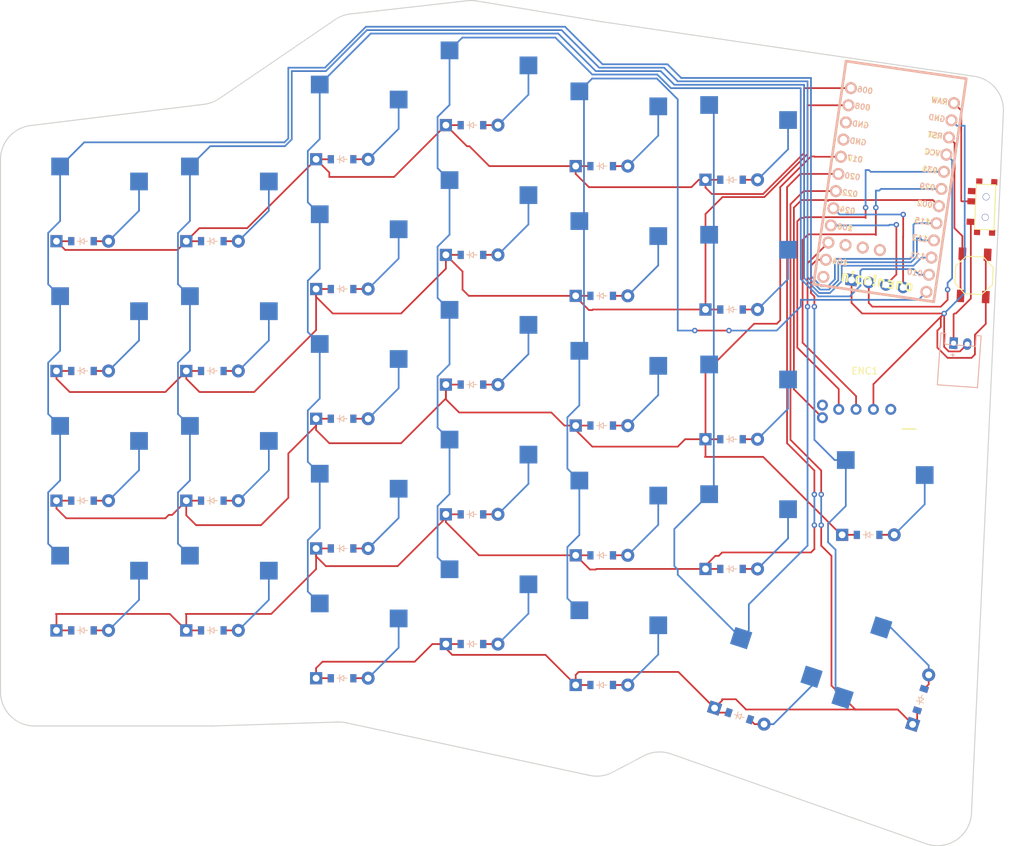
<source format=kicad_pcb>
(kicad_pcb (version 20240108) (generator "pcbnew") (generator_version "8.0")
  (title_block (title "left") (rev "v1.0.0") (company "Unknown"))
  (layers (0 "F.Cu" signal) (31 "B.Cu" signal) (34 "B.Paste" user) (35 "F.Paste" user) (36 "B.SilkS" user "B.Silkscreen") (37 "F.SilkS" user "F.Silkscreen") (38 "B.Mask" user) (39 "F.Mask" user) (44 "Edge.Cuts" user))
  (net 0 "")
  (net 1 "P115")
  (net 2 "outer_bottom")
  (net 3 "outer_home")
  (net 4 "outer_top")
  (net 5 "outer_num")
  (net 6 "P113")
  (net 7 "pinky_bottom")
  (net 8 "pinky_home")
  (net 9 "pinky_top")
  (net 10 "pinky_num")
  (net 11 "P111")
  (net 12 "ring_mod")
  (net 13 "ring_bottom")
  (net 14 "ring_home")
  (net 15 "ring_top")
  (net 16 "ring_num")
  (net 17 "P010")
  (net 18 "middle_mod")
  (net 19 "middle_bottom")
  (net 20 "middle_home")
  (net 21 "middle_top")
  (net 22 "middle_num")
  (net 23 "P009")
  (net 24 "index_mod")
  (net 25 "index_bottom")
  (net 26 "index_home")
  (net 27 "index_top")
  (net 28 "index_num")
  (net 29 "P011")
  (net 30 "inner_bottom")
  (net 31 "inner_home")
  (net 32 "inner_top")
  (net 33 "inner_num")
  (net 34 "P104")
  (net 35 "inner_mod_home")
  (net 36 "home_cluster")
  (net 37 "far_cluster")
  (net 38 "P020")
  (net 39 "P017")
  (net 40 "P008")
  (net 41 "P006")
  (net 42 "P022")
  (net 43 "RAW")
  (net 44 "GND")
  (net 45 "RST")
  (net 46 "VCC")
  (net 47 "P031")
  (net 48 "P029")
  (net 49 "P002")
  (net 50 "P024")
  (net 51 "P100")
  (net 52 "P106")
  (net 53 "P101")
  (net 54 "P102")
  (net 55 "P107")
  (net 56 "pos")
  (net 57 "S2")
  (net 58 "D")
  (footprint "E73:SPDT_C128955" (layer "F.Cu") (at 252.072104 98.415551 -92.5)
    (property "Reference" "T1" (hide yes))
    (property "Value" "" (hide yes))
  )
  (footprint "E73:SW_TACT_ALPS_SKQGABE010" (layer "F.Cu") (at 250.372104 108.415551 -92.5)
    (property "Reference" "B1" (hide yes))
    (property "Value" "" (hide yes))
  )
  (footprint "PG1350" (layer "F.Cu") (at 217.556255 168.213484 -18)
    (property "Reference" "S29" (hide yes))
    (property "Value" "" (hide yes))
  )
  (footprint "ComboDiode" (layer "F.Cu") (at 119.872104 122.415551)
    (property "Reference" "D3" (hide yes))
    (property "Value" "" (hide yes))
  )
  (footprint "PG1350" (layer "F.Cu") (at 119.872104 98.415551)
    (property "Reference" "S4" (hide yes))
    (property "Value" "" (hide yes))
  )
  (footprint "ComboDiode" (layer "F.Cu") (at 234.872104 146.415551)
    (property "Reference" "D28" (hide yes))
    (property "Value" "" (hide yes))
  )
  (footprint "PG1350" (layer "F.Cu") (at 237.80145 169.008504 72)
    (property "Reference" "S30" (hide yes))
    (property "Value" "" (hide yes))
  )
  (footprint "PG1350" (layer "F.Cu") (at 195.872104 87.415551)
    (property "Reference" "S23" (hide yes))
    (property "Value" "" (hide yes))
  )
  (footprint "ComboDiode" (layer "F.Cu") (at 119.872104 103.415551)
    (property "Reference" "D4" (hide yes))
    (property "Value" "" (hide yes))
  )
  (footprint "ComboDiode" (layer "F.Cu") (at 195.872104 92.415551)
    (property "Reference" "D23" (hide yes))
    (property "Value" "" (hide yes))
  )
  (footprint "ComboDiode" (layer "F.Cu") (at 157.872104 110.415551)
    (property "Reference" "D12" (hide yes))
    (property "Value" "" (hide yes))
  )
  (footprint "ComboDiode" (layer "F.Cu") (at 242.556733 170.55359 72)
    (property "Reference" "D30" (hide yes))
    (property "Value" "" (hide yes))
  )
  (footprint "nice_nano" (layer "F.Cu") (at 237.872104 95.915551 -98.3)
    (property "Reference" "MCU1" (hide yes))
    (property "Value" "nice_nano" (hide yes))
  )
  (footprint "ComboDiode" (layer "F.Cu") (at 138.872104 160.415551)
    (property "Reference" "D5" (hide yes))
    (property "Value" "" (hide yes))
  )
  (footprint "PG1350" (layer "F.Cu") (at 195.872104 163.415551)
    (property "Reference" "S19" (hide yes))
    (property "Value" "" (hide yes))
  )
  (footprint "ComboDiode" (layer "F.Cu") (at 195.872104 130.415551)
    (property "Reference" "D21" (hide yes))
    (property "Value" "" (hide yes))
  )
  (footprint "PG1350" (layer "F.Cu") (at 176.872104 81.415551)
    (property "Reference" "S18" (hide yes))
    (property "Value" "" (hide yes))
  )
  (footprint "ComboDiode" (layer "F.Cu") (at 119.872104 160.415551)
    (property "Reference" "D1" (hide yes))
    (property "Value" "" (hide yes))
  )
  (footprint "PG1350" (layer "F.Cu") (at 119.872104 136.415551)
    (property "Reference" "S2" (hide yes))
    (property "Value" "" (hide yes))
  )
  (footprint "ComboDiode" (layer "F.Cu") (at 138.872104 141.415551)
    (property "Reference" "D6" (hide yes))
    (property "Value" "" (hide yes))
  )
  (footprint "PG1350" (layer "F.Cu") (at 157.872104 124.415551)
    (property "Reference" "S11" (hide yes))
    (property "Value" "" (hide yes))
  )
  (footprint "PG1350" (layer "F.Cu") (at 157.872104 86.415551)
    (property "Reference" "S13" (hide yes))
    (property "Value" "" (hide yes))
  )
  (footprint "JST_PH_S2B-PH-K_02x2.00mm_Angled" (layer "F.Cu") (at 248.372104 118.415551 -4)
    (property "Reference" "JST1" (hide yes))
    (property "Value" "" (hide yes))
  )
  (footprint "PG1350" (layer "F.Cu") (at 157.872104 162.415551)
    (property "Reference" "S9" (hide yes))
    (property "Value" "" (hide yes))
  )
  (footprint "PG1350" (layer "F.Cu") (at 214.872104 108.415551)
    (property "Reference" "S26" (hide yes))
    (property "Value" "" (hide yes))
  )
  (footprint "ComboDiode" (layer "F.Cu") (at 176.872104 143.415551)
    (property "Reference" "D15" (hide yes))
    (property "Value" "" (hide yes))
  )
  (footprint "ComboDiode" (layer "F.Cu") (at 157.872104 129.415551)
    (property "Reference" "D11" (hide yes))
    (property "Value" "" (hide yes))
  )
  (footprint "PG1350" (layer "F.Cu") (at 214.872104 89.415551)
    (property "Reference" "S27" (hide yes))
    (property "Value" "" (hide yes))
  )
  (footprint "ComboDiode" (layer "F.Cu") (at 176.872104 162.415551)
    (property "Reference" "D14" (hide yes))
    (property "Value" "" (hide yes))
  )
  (footprint "ComboDiode" (layer "F.Cu") (at 138.872104 122.415551)
    (property "Reference" "D7" (hide yes))
    (property "Value" "" (hide yes))
  )
  (footprint "ComboDiode" (layer "F.Cu") (at 214.872104 132.415551)
    (property "Reference" "D25" (hide yes))
    (property "Value" "" (hide yes))
  )
  (footprint "ComboDiode" (layer "F.Cu") (at 176.872104 86.415551)
    (property "Reference" "D18" (hide yes))
    (property "Value" "" (hide yes))
  )
  (footprint "ComboDiode" (layer "F.Cu") (at 214.872104 94.415551)
    (property "Reference" "D27" (hide yes))
    (property "Value" "" (hide yes))
  )
  (footprint "PG1350" (layer "F.Cu") (at 176.872104 157.415551)
    (property "Reference" "S14" (hide yes))
    (property "Value" "" (hide yes))
  )
  (footprint "ComboDiode" (layer "F.Cu") (at 119.872104 141.415551)
    (property "Reference" "D2" (hide yes))
    (property "Value" "" (hide yes))
  )
  (footprint "PG1350" (layer "F.Cu") (at 119.872104 155.415551)
    (property "Reference" "S1" (hide yes))
    (property "Value" "" (hide yes))
  )
  (footprint "ComboDiode" (layer "F.Cu") (at 157.872104 167.415551)
    (property "Reference" "D9" (hide yes))
    (property "Value" "" (hide yes))
  )
  (footprint "ComboDiode" (layer "F.Cu") (at 176.872104 105.415551)
    (property "Reference" "D17" (hide yes))
    (property "Value" "" (hide yes))
  )
  (footprint "Panasonic_EVQWGD001" (layer "F.Cu") (at 234.372104 122.415551 90)
    (property "Reference" "ENC1")
    (property "Value" "RollerEncoder_Panasonic_EVQWGD001")
  )
  (footprint "PG1350" (layer "F.Cu") (at 234.872104 141.415551)
    (property "Reference" "S28" (hide yes))
    (property "Value" "" (hide yes))
  )
  (footprint "ComboDiode" (layer "F.Cu") (at 214.872104 151.415551)
    (property "Reference" "D24" (hide yes))
    (property "Value" "" (hide yes))
  )
  (footprint "ComboDiode" (layer "F.Cu") (at 214.872104 113.415551)
    (property "Reference" "D26" (hide yes))
    (property "Value" "" (hide yes))
  )
  (footprint "lib:OLED_headers" (layer "F.Cu") (at 242.372104 108.915551 -98.3)
    (property "Reference" "OLED1" (hide yes))
    (property "Value" "OLED")
  )
  (footprint "PG1350" (layer "F.Cu") (at 195.872104 144.415551)
    (property "Reference" "S20" (hide yes))
    (property "Value" "" (hide yes))
  )
  (footprint "PG1350" (layer "F.Cu") (at 214.872104 146.415551)
    (property "Reference" "S24" (hide yes))
    (property "Value" "" (hide yes))
  )
  (footprint "ComboDiode" (layer "F.Cu") (at 195.872104 168.415551)
    (property "Reference" "D19" (hide yes))
    (property "Value" "" (hide yes))
  )
  (footprint "PG1350" (layer "F.Cu") (at 195.872104 106.415551)
    (property "Reference" "S22" (hide yes))
    (property "Value" "" (hide yes))
  )
  (footprint "PG1350" (layer "F.Cu") (at 157.872104 143.415551)
    (property "Reference" "S10" (hide yes))
    (property "Value" "" (hide yes))
  )
  (footprint "ComboDiode" (layer "F.Cu") (at 216.01117 172.968767 -18)
    (property "Reference" "D29" (hide yes))
    (property "Value" "" (hide yes))
  )
  (footprint "ComboDiode" (layer "F.Cu") (at 195.872104 111.415551)
    (property "Reference" "D22" (hide yes))
    (property "Value" "" (hide yes))
  )
  (footprint "PG1350" (layer "F.Cu") (at 214.872104 127.415551)
    (property "Reference" "S25" (hide yes))
    (property "Value" "" (hide yes))
  )
  (footprint "ComboDiode" (layer "F.Cu") (at 138.872104 103.415551)
    (property "Reference" "D8" (hide yes))
    (property "Value" "" (hide yes))
  )
  (footprint "ComboDiode" (layer "F.Cu") (at 157.872104 91.415551)
    (property "Reference" "D13" (hide yes))
    (property "Value" "" (hide yes))
  )
  (footprint "PG1350" (layer "F.Cu") (at 138.872104 155.415551)
    (property "Reference" "S5" (hide yes))
    (property "Value" "" (hide yes))
  )
  (footprint "ComboDiode" (layer "F.Cu") (at 157.872104 148.415551)
    (property "Reference" "D10" (hide yes))
    (property "Value" "" (hide yes))
  )
  (footprint "PG1350" (layer "F.Cu") (at 195.872104 125.415551)
    (property "Reference" "S21" (hide yes))
    (property "Value" "" (hide yes))
  )
  (footprint "PG1350" (layer "F.Cu") (at 138.872104 117.415551)
    (property "Reference" "S7" (hide yes))
    (property "Value" "" (hide yes))
  )
  (footprint "PG1350" (layer "F.Cu") (at 138.872104 136.415551)
    (property "Reference" "S6" (hide yes))
    (property "Value" "" (hide yes))
  )
  (footprint "ComboDiode" (layer "F.Cu") (at 195.872104 149.415551)
    (property "Reference" "D20" (hide yes))
    (property "Value" "" (hide yes))
  )
  (footprint "PG1350" (layer "F.Cu") (at 138.872104 98.415551)
    (property "Reference" "S8" (hide yes))
    (property "Value" "" (hide yes))
  )
  (footprint "PG1350" (layer "F.Cu") (at 119.872104 117.415551)
    (property "Reference" "S3" (hide yes))
    (property "Value" "" (hide yes))
  )
  (footprint "PG1350" (layer "F.Cu") (at 176.872104 138.415551)
    (property "Reference" "S15" (hide yes))
    (property "Value" "" (hide yes))
  )
  (footprint "ComboDiode" (layer "F.Cu") (at 176.872104 124.415551)
    (property "Reference" "D16" (hide yes))
    (property "Value" "" (hide yes))
  )
  (footprint "PG1350" (layer "F.Cu") (at 176.872104 100.415551)
    (property "Reference" "S17" (hide yes))
    (property "Value" "" (hide yes))
  )
  (footprint "PG1350" (layer "F.Cu") (at 157.872104 105.415551)
    (property "Reference" "S12" (hide yes))
    (property "Value" "" (hide yes))
  )
  (footprint "PG1350" (layer "F.Cu") (at 176.872104 119.415551)
    (property "Reference" "S16" (hide yes))
    (property "Value" "" (hide yes))
  )
  (gr_line (start 138.793176 174.415551) (end 112.872104 174.415551) (stroke (width 0.15)) (layer "Edge.Cuts"))
  (gr_arc (start 156.848814 70.963004) (mid 157.924682 70.407181) (end 159.102622 70.126308) (stroke (width 0.15)) (layer "Edge.Cuts"))
  (gr_arc (start 112.872104 174.415551) (mid 109.33657 172.951085) (end 107.872104 169.415551) (stroke (width 0.15)) (layer "Edge.Cuts"))
  (gr_line (start 254.666746 84.433627) (end 249.996961 187.173569) (stroke (width 0.15)) (layer "Edge.Cuts"))
  (gr_line (start 112.263754 86.47722) (end 137.667381 83.363227) (stroke (width 0.15)) (layer "Edge.Cuts"))
  (gr_arc (start 138.950992 174.41306) (mid 138.872094 174.414928) (end 138.793176 174.415551) (stroke (width 0.15)) (layer "Edge.Cuts"))
  (gr_line (start 139.875041 82.53197) (end 156.848814 70.963004) (stroke (width 0.15)) (layer "Edge.Cuts"))
  (gr_arc (start 176.179628 68.19391) (mid 176.870856 68.163867) (end 177.559614 68.229533) (stroke (width 0.15)) (layer "Edge.Cuts"))
  (gr_line (start 195.918416 71.272341) (end 250.397201 79.259485) (stroke (width 0.15)) (layer "Edge.Cuts"))
  (gr_arc (start 197.484045 181.183332) (mid 195.828227 181.716464) (end 194.089966 181.650046) (stroke (width 0.15)) (layer "Edge.Cuts"))
  (gr_line (start 157.257838 173.834949) (end 138.950992 174.41306) (stroke (width 0.15)) (layer "Edge.Cuts"))
  (gr_line (start 107.872104 169.415551) (end 107.872104 91.440073) (stroke (width 0.15)) (layer "Edge.Cuts"))
  (gr_line (start 194.089966 181.650046) (end 158.472783 173.945487) (stroke (width 0.15)) (layer "Edge.Cuts"))
  (gr_arc (start 202.000817 178.795354) (mid 203.969502 178.229191) (end 206 178.5) (stroke (width 0.15)) (layer "Edge.Cuts"))
  (gr_line (start 177.559614 68.229533) (end 195.825929 71.257896) (stroke (width 0.15)) (layer "Edge.Cuts"))
  (gr_arc (start 249.996962 187.173569) (mid 247.797367 191.092212) (end 243.339885 191.662152) (stroke (width 0.15)) (layer "Edge.Cuts"))
  (gr_arc (start 139.875041 82.531971) (mid 138.820935 83.079658) (end 137.667381 83.363227) (stroke (width 0.15)) (layer "Edge.Cuts"))
  (gr_line (start 202.000817 178.795355) (end 197.484045 181.183332) (stroke (width 0.15)) (layer "Edge.Cuts"))
  (gr_arc (start 107.872104 91.440073) (mid 109.127658 88.126597) (end 112.263754 86.47722) (stroke (width 0.15)) (layer "Edge.Cuts"))
  (gr_arc (start 157.257838 173.834948) (mid 157.868695 173.853024) (end 158.472783 173.945487) (stroke (width 0.15)) (layer "Edge.Cuts"))
  (gr_line (start 243.339885 191.662152) (end 206 178.5) (stroke (width 0.15)) (layer "Edge.Cuts"))
  (gr_line (start 159.102622 70.126308) (end 176.179628 68.19391) (stroke (width 0.15)) (layer "Edge.Cuts"))
  (gr_arc (start 195.918416 71.272341) (mid 195.872139 71.265335) (end 195.825929 71.257896) (stroke (width 0.15)) (layer "Edge.Cuts"))
  (gr_arc (start 250.3972 79.259485) (mid 253.528447 81.024295) (end 254.666746 84.433627) (stroke (width 0.15)) (layer "Edge.Cuts"))
  (segment (start 116.597104 138.452551) (end 114.848104 140.201551) (width 0.25) (layer "B.Cu") (net 1))
  (segment (start 116.597104 130.465551) (end 116.597104 138.452551) (width 0.25) (layer "B.Cu") (net 1))
  (segment (start 114.848104 102.201551) (end 114.848104 109.716551) (width 0.25) (layer "B.Cu") (net 1))
  (segment (start 230 109) (end 230 106) (width 0.25) (layer "B.Cu") (net 1))
  (segment (start 114.848104 128.716551) (end 116.597104 130.465551) (width 0.25) (layer "B.Cu") (net 1))
  (segment (start 227.977134 110) (end 229 110) (width 0.25) (layer "B.Cu") (net 1))
  (segment (start 120.130853 88.931802) (end 149.431802 88.931802) (width 0.25) (layer "B.Cu") (net 1))
  (segment (start 161.363604 72) (end 190.5 72) (width 0.25) (layer "B.Cu") (net 1))
  (segment (start 116.597104 111.465551) (end 116.597104 119.452551) (width 0.25) (layer "B.Cu") (net 1))
  (segment (start 226.5 79.5) (end 226.5 108.522866) (width 0.25) (layer "B.Cu") (net 1))
  (segment (start 241.714361 100.785639) (end 244.862293 100.785639) (width 0.25) (layer "B.Cu") (net 1))
  (segment (start 116.597104 119.452551) (end 114.848104 121.201551) (width 0.25) (layer "B.Cu") (net 1))
  (segment (start 114.848104 140.201551) (end 114.848104 147.716551) (width 0.25) (layer "B.Cu") (net 1))
  (segment (start 207.5 79.5) (end 226.5 79.5) (width 0.25) (layer "B.Cu") (net 1))
  (segment (start 230 106) (end 241 106) (width 0.25) (layer "B.Cu") (net 1))
  (segment (start 205.5 77.5) (end 207.5 79.5) (width 0.25) (layer "B.Cu") (net 1))
  (segment (start 241.5 101) (end 241.714361 100.785639) (width 0.25) (layer "B.Cu") (net 1))
  (segment (start 241 106) (end 241.5 105.5) (width 0.25) (layer "B.Cu") (net 1))
  (segment (start 155.363604 78) (end 161.363604 72) (width 0.25) (layer "B.Cu") (net 1))
  (segment (start 190.5 72) (end 196 77.5) (width 0.25) (layer "B.Cu") (net 1))
  (segment (start 150 78) (end 155.363604 78) (width 0.25) (layer "B.Cu") (net 1))
  (segment (start 114.848104 121.201551) (end 114.848104 128.716551) (width 0.25) (layer "B.Cu") (net 1))
  (segment (start 116.597104 100.452551) (end 114.848104 102.201551) (width 0.25) (layer "B.Cu") (net 1))
  (segment (start 114.848104 147.716551) (end 116.597104 149.465551) (width 0.25) (layer "B.Cu") (net 1))
  (segment (start 196 77.5) (end 205.5 77.5) (width 0.25) (layer "B.Cu") (net 1))
  (segment (start 116.597104 92.465551) (end 116.597104 100.452551) (width 0.25) (layer "B.Cu") (net 1))
  (segment (start 241.5 105.5) (end 241.5 101) (width 0.25) (layer "B.Cu") (net 1))
  (segment (start 114.848104 109.716551) (end 116.597104 111.465551) (width 0.25) (layer "B.Cu") (net 1))
  (segment (start 229 110) (end 230 109) (width 0.25) (layer "B.Cu") (net 1))
  (segment (start 150 88.363604) (end 150 78) (width 0.25) (layer "B.Cu") (net 1))
  (segment (start 226.5 108.522866) (end 227.977134 110) (width 0.25) (layer "B.Cu") (net 1))
  (segment (start 116.597104 92.465551) (end 120.130853 88.931802) (width 0.25) (layer "B.Cu") (net 1))
  (segment (start 149.431802 88.931802) (end 150 88.363604) (width 0.25) (layer "B.Cu") (net 1))
  (segment (start 123.682104 160.415551) (end 121.522104 160.415551) (width 0.25) (layer "F.Cu") (net 2))
  (segment (start 128.147104 151.665551) (end 128.147104 155.950551) (width 0.25) (layer "B.Cu") (net 2))
  (segment (start 128.147104 155.950551) (end 123.682104 160.415551) (width 0.25) (layer "B.Cu") (net 2))
  (segment (start 123.682104 141.415551) (end 121.522104 141.415551) (width 0.25) (layer "F.Cu") (net 3))
  (segment (start 128.147104 132.665551) (end 128.147104 136.950551) (width 0.25) (layer "B.Cu") (net 3))
  (segment (start 128.147104 136.950551) (end 123.682104 141.415551) (width 0.25) (layer "B.Cu") (net 3))
  (segment (start 123.682104 122.415551) (end 121.522104 122.415551) (width 0.25) (layer "F.Cu") (net 4))
  (segment (start 128.147104 117.950551) (end 123.682104 122.415551) (width 0.25) (layer "B.Cu") (net 4))
  (segment (start 128.147104 113.665551) (end 128.147104 117.950551) (width 0.25) (layer "B.Cu") (net 4))
  (segment (start 123.682104 103.415551) (end 121.522104 103.415551) (width 0.25) (layer "F.Cu") (net 5))
  (segment (start 128.147104 98.950551) (end 123.682104 103.415551) (width 0.25) (layer "B.Cu") (net 5))
  (segment (start 128.147104 94.665551) (end 128.147104 98.950551) (width 0.25) (layer "B.Cu") (net 5))
  (segment (start 150.5 78.5) (end 155.5 78.5) (width 0.25) (layer "B.Cu") (net 6))
  (segment (start 149.5 89.5) (end 150.5 88.5) (width 0.25) (layer "B.Cu") (net 6))
  (segment (start 135.597104 92.465551) (end 135.597104 100.452551) (width 0.25) (layer "B.Cu") (net 6))
  (segment (start 226 80) (end 226 108.659262) (width 0.25) (layer "B.Cu") (net 6))
  (segment (start 133.848104 109.716551) (end 135.597104 111.465551) (width 0.25) (layer "B.Cu") (net 6))
  (segment (start 226 108.659262) (end 227.840738 110.5) (width 0.25) (layer "B.Cu") (net 6))
  (segment (start 135.597104 92.465551) (end 138.562655 89.5) (width 0.25) (layer "B.Cu") (net 6))
  (segment (start 242 103) (end 242.5 103) (width 0.25) (layer "B.Cu") (net 6))
  (segment (start 195.5 78) (end 205 78) (width 0.25) (layer "B.Cu") (net 6))
  (segment (start 135.597104 119.452551) (end 133.848104 121.201551) (width 0.25) (layer "B.Cu") (net 6))
  (segment (start 135.597104 138.452551) (end 133.848104 140.201551) (width 0.25) (layer "B.Cu") (net 6))
  (segment (start 230.5 109.136396) (end 230.5 106.5) (width 0.25) (layer "B.Cu") (net 6))
  (segment (start 190 72.5) (end 195.5 78) (width 0.25) (layer "B.Cu") (net 6))
  (segment (start 242.799034 103.299034) (end 244.495629 103.299034) (width 0.25) (layer "B.Cu") (net 6))
  (segment (start 133.848104 121.201551) (end 133.848104 128.716551) (width 0.25) (layer "B.Cu") (net 6))
  (segment (start 242.5 103) (end 242.799034 103.299034) (width 0.25) (layer "B.Cu") (net 6))
  (segment (start 150.5 88.5) (end 150.5 78.5) (width 0.25) (layer "B.Cu") (net 6))
  (segment (start 133.848104 147.716551) (end 135.597104 149.465551) (width 0.25) (layer "B.Cu") (net 6))
  (segment (start 135.597104 111.465551) (end 135.597104 119.452551) (width 0.25) (layer "B.Cu") (net 6))
  (segment (start 135.597104 130.465551) (end 135.597104 138.452551) (width 0.25) (layer "B.Cu") (net 6))
  (segment (start 155.5 78.5) (end 161.5 72.5) (width 0.25) (layer "B.Cu") (net 6))
  (segment (start 242 105.636396) (end 242 103) (width 0.25) (layer "B.Cu") (net 6))
  (segment (start 229.136396 110.5) (end 230.5 109.136396) (width 0.25) (layer "B.Cu") (net 6))
  (segment (start 133.848104 102.201551) (end 133.848104 109.716551) (width 0.25) (layer "B.Cu") (net 6))
  (segment (start 207 80) (end 226 80) (width 0.25) (layer "B.Cu") (net 6))
  (segment (start 230.5 106.5) (end 241.136396 106.5) (width 0.25) (layer "B.Cu") (net 6))
  (segment (start 205 78) (end 207 80) (width 0.25) (layer "B.Cu") (net 6))
  (segment (start 138.562655 89.5) (end 149.5 89.5) (width 0.25) (layer "B.Cu") (net 6))
  (segment (start 161.5 72.5) (end 190 72.5) (width 0.25) (layer "B.Cu") (net 6))
  (segment (start 133.848104 140.201551) (end 133.848104 147.716551) (width 0.25) (layer "B.Cu") (net 6))
  (segment (start 241.136396 106.5) (end 242 105.636396) (width 0.25) (layer "B.Cu") (net 6))
  (segment (start 135.597104 100.452551) (end 133.848104 102.201551) (width 0.25) (layer "B.Cu") (net 6))
  (segment (start 133.848104 128.716551) (end 135.597104 130.465551) (width 0.25) (layer "B.Cu") (net 6))
  (segment (start 227.840738 110.5) (end 229.136396 110.5) (width 0.25) (layer "B.Cu") (net 6))
  (segment (start 142.682104 160.415551) (end 140.522104 160.415551) (width 0.25) (layer "F.Cu") (net 7))
  (segment (start 147.147104 151.665551) (end 147.147104 155.950551) (width 0.25) (layer "B.Cu") (net 7))
  (segment (start 147.147104 155.950551) (end 142.682104 160.415551) (width 0.25) (layer "B.Cu") (net 7))
  (segment (start 142.682104 141.415551) (end 140.522104 141.415551) (width 0.25) (layer "F.Cu") (net 8))
  (segment (start 147.147104 132.665551) (end 147.147104 136.950551) (width 0.25) (layer "B.Cu") (net 8))
  (segment (start 147.147104 136.950551) (end 142.682104 141.415551) (width 0.25) (layer "B.Cu") (net 8))
  (segment (start 142.682104 122.415551) (end 140.522104 122.415551) (width 0.25) (layer "F.Cu") (net 9))
  (segment (start 147.147104 113.665551) (end 147.147104 117.950551) (width 0.25) (layer "B.Cu") (net 9))
  (segment (start 147.147104 117.950551) (end 142.682104 122.415551) (width 0.25) (layer "B.Cu") (net 9))
  (segment (start 142.682104 103.415551) (end 140.522104 103.415551) (width 0.25) (layer "F.Cu") (net 10))
  (segment (start 147.147104 98.950551) (end 142.682104 103.415551) (width 0.25) (layer "B.Cu") (net 10))
  (segment (start 147.147104 94.665551) (end 147.147104 98.950551) (width 0.25) (layer "B.Cu") (net 10))
  (segment (start 154.597104 107.452551) (end 152.848104 109.201551) (width 0.25) (layer "B.Cu") (net 11))
  (segment (start 189.5 73) (end 195 78.5) (width 0.25) (layer "B.Cu") (net 11))
  (segment (start 152.848104 147.201551) (end 152.848104 154.716551) (width 0.25) (layer "B.Cu") (net 11))
  (segment (start 225.5 108.795658) (end 227.704342 111) (width 0.25) (layer "B.Cu") (net 11))
  (segment (start 195 78.5) (end 204.5 78.5) (width 0.25) (layer "B.Cu") (net 11))
  (segment (start 152.848104 154.716551) (end 154.597104 156.465551) (width 0.25) (layer "B.Cu") (net 11))
  (segment (start 152.848104 97.716551) (end 154.597104 99.465551) (width 0.25) (layer "B.Cu") (net 11))
  (segment (start 227.704342 111) (end 229.272792 111) (width 0.25) (layer "B.Cu") (net 11))
  (segment (start 154.597104 99.465551) (end 154.597104 107.452551) (width 0.25) (layer "B.Cu") (net 11))
  (segment (start 162.062655 73) (end 189.5 73) (width 0.25) (layer "B.Cu") (net 11))
  (segment (start 242.68757 105.81243) (end 244.128964 105.81243) (width 0.25) (layer "B.Cu") (net 11))
  (segment (start 152.848104 116.716551) (end 154.597104 118.465551) (width 0.25) (layer "B.Cu") (net 11))
  (segment (start 206.5 80.5) (end 225.5 80.5) (width 0.25) (layer "B.Cu") (net 11))
  (segment (start 152.848104 109.201551) (end 152.848104 116.716551) (width 0.25) (layer "B.Cu") (net 11))
  (segment (start 231 107) (end 241.5 107) (width 0.25) (layer "B.Cu") (net 11))
  (segment (start 229.272792 111) (end 231 109.272792) (width 0.25) (layer "B.Cu") (net 11))
  (segment (start 154.597104 126.452551) (end 152.848104 128.201551) (width 0.25) (layer "B.Cu") (net 11))
  (segment (start 231 109.272792) (end 231 107) (width 0.25) (layer "B.Cu") (net 11))
  (segment (start 154.597104 80.465551) (end 162.062655 73) (width 0.25) (layer "B.Cu") (net 11))
  (segment (start 154.597104 118.465551) (end 154.597104 126.452551) (width 0.25) (layer "B.Cu") (net 11))
  (segment (start 154.597104 137.465551) (end 154.597104 145.452551) (width 0.25) (layer "B.Cu") (net 11))
  (segment (start 152.848104 128.201551) (end 152.848104 135.716551) (width 0.25) (layer "B.Cu") (net 11))
  (segment (start 154.597104 80.465551) (end 154.597104 88.452551) (width 0.25) (layer "B.Cu") (net 11))
  (segment (start 154.597104 88.452551) (end 152.848104 90.201551) (width 0.25) (layer "B.Cu") (net 11))
  (segment (start 152.848104 135.716551) (end 154.597104 137.465551) (width 0.25) (layer "B.Cu") (net 11))
  (segment (start 241.5 107) (end 242.68757 105.81243) (width 0.25) (layer "B.Cu") (net 11))
  (segment (start 152.848104 90.201551) (end 152.848104 97.716551) (width 0.25) (layer "B.Cu") (net 11))
  (segment (start 204.5 78.5) (end 206.5 80.5) (width 0.25) (layer "B.Cu") (net 11))
  (segment (start 225.5 80.5) (end 225.5 108.795658) (width 0.25) (layer "B.Cu") (net 11))
  (segment (start 154.597104 145.452551) (end 152.848104 147.201551) (width 0.25) (layer "B.Cu") (net 11))
  (segment (start 161.682104 167.415551) (end 159.522104 167.415551) (width 0.25) (layer "F.Cu") (net 12))
  (segment (start 166.147104 162.950551) (end 161.682104 167.415551) (width 0.25) (layer "B.Cu") (net 12))
  (segment (start 166.147104 158.665551) (end 166.147104 162.950551) (width 0.25) (layer "B.Cu") (net 12))
  (segment (start 161.682104 148.415551) (end 159.522104 148.415551) (width 0.25) (layer "F.Cu") (net 13))
  (segment (start 166.147104 143.950551) (end 161.682104 148.415551) (width 0.25) (layer "B.Cu") (net 13))
  (segment (start 166.147104 139.665551) (end 166.147104 143.950551) (width 0.25) (layer "B.Cu") (net 13))
  (segment (start 161.682104 129.415551) (end 159.522104 129.415551) (width 0.25) (layer "F.Cu") (net 14))
  (segment (start 166.147104 120.665551) (end 166.147104 124.950551) (width 0.25) (layer "B.Cu") (net 14))
  (segment (start 166.147104 124.950551) (end 161.682104 129.415551) (width 0.25) (layer "B.Cu") (net 14))
  (segment (start 161.682104 110.415551) (end 159.522104 110.415551) (width 0.25) (layer "F.Cu") (net 15))
  (segment (start 166.147104 101.665551) (end 166.147104 105.950551) (width 0.25) (layer "B.Cu") (net 15))
  (segment (start 166.147104 105.950551) (end 161.682104 110.415551) (width 0.25) (layer "B.Cu") (net 15))
  (segment (start 161.682104 91.415551) (end 159.522104 91.415551) (width 0.25) (layer "F.Cu") (net 16))
  (segment (start 166.147104 82.665551) (end 166.147104 86.950551) (width 0.25) (layer "B.Cu") (net 16))
  (segment (start 166.147104 86.950551) (end 161.682104 91.415551) (width 0.25) (layer "B.Cu") (net 16))
  (segment (start 225 108.932054) (end 227.567946 111.5) (width 0.25) (layer "B.Cu") (net 17))
  (segment (start 225 81) (end 225 108.932054) (width 0.25) (layer "B.Cu") (net 17))
  (segment (start 233.732581 107.767419) (end 234 107.5) (width 0.25) (layer "B.Cu") (net 17))
  (segment (start 233.732581 109.937115) (end 233.732581 107.767419) (width 0.25) (layer "B.Cu") (net 17))
  (segment (start 227.567946 111.5) (end 232.169696 111.5) (width 0.25) (layer "B.Cu") (net 17))
  (segment (start 171.848104 111.716551) (end 173.597104 113.465551) (width 0.25) (layer "B.Cu") (net 17))
  (segment (start 171.848104 130.716551) (end 173.597104 132.465551) (width 0.25) (layer "B.Cu") (net 17))
  (segment (start 171.848104 149.716551) (end 173.597104 151.465551) (width 0.25) (layer "B.Cu") (net 17))
  (segment (start 234 107.5) (end 241.5 107.5) (width 0.25) (layer "B.Cu") (net 17))
  (segment (start 173.597104 83.452551) (end 171.848104 85.201551) (width 0.25) (layer "B.Cu") (net 17))
  (segment (start 173.597104 75.465551) (end 175.472104 73.590551) (width 0.25) (layer "B.Cu") (net 17))
  (segment (start 206 81) (end 225 81) (width 0.25) (layer "B.Cu") (net 17))
  (segment (start 171.848104 104.201551) (end 171.848104 111.716551) (width 0.25) (layer "B.Cu") (net 17))
  (segment (start 175.472104 73.590551) (end 189.090551 73.590551) (width 0.25) (layer "B.Cu") (net 17))
  (segment (start 204 79) (end 206 81) (width 0.25) (layer "B.Cu") (net 17))
  (segment (start 173.597104 75.465551) (end 173.597104 83.452551) (width 0.25) (layer "B.Cu") (net 17))
  (segment (start 242.325825 108.325825) (end 243.762299 108.325825) (width 0.25) (layer "B.Cu") (net 17))
  (segment (start 173.597104 140.452551) (end 171.848104 142.201551) (width 0.25) (layer "B.Cu") (net 17))
  (segment (start 173.597104 113.465551) (end 173.597104 121.452551) (width 0.25) (layer "B.Cu") (net 17))
  (segment (start 173.597104 102.452551) (end 171.848104 104.201551) (width 0.25) (layer "B.Cu") (net 17))
  (segment (start 232.169696 111.5) (end 233.732581 109.937115) (width 0.25) (layer "B.Cu") (net 17))
  (segment (start 194.5 79) (end 204 79) (width 0.25) (layer "B.Cu") (net 17))
  (segment (start 241.5 107.5) (end 242.325825 108.325825) (width 0.25) (layer "B.Cu") (net 17))
  (segment (start 171.848104 123.201551) (end 171.848104 130.716551) (width 0.25) (layer "B.Cu") (net 17))
  (segment (start 171.848104 85.201551) (end 171.848104 92.716551) (width 0.25) (layer "B.Cu") (net 17))
  (segment (start 171.848104 92.716551) (end 173.597104 94.465551) (width 0.25) (layer "B.Cu") (net 17))
  (segment (start 173.597104 94.465551) (end 173.597104 102.452551) (width 0.25) (layer "B.Cu") (net 17))
  (segment (start 189.090551 73.590551) (end 194.5 79) (width 0.25) (layer "B.Cu") (net 17))
  (segment (start 173.597104 121.452551) (end 171.848104 123.201551) (width 0.25) (layer "B.Cu") (net 17))
  (segment (start 173.597104 132.465551) (end 173.597104 140.452551) (width 0.25) (layer "B.Cu") (net 17))
  (segment (start 171.848104 142.201551) (end 171.848104 149.716551) (width 0.25) (layer "B.Cu") (net 17))
  (segment (start 180.682104 162.415551) (end 178.522104 162.415551) (width 0.25) (layer "F.Cu") (net 18))
  (segment (start 185.147104 153.665551) (end 185.147104 157.950551) (width 0.25) (layer "B.Cu") (net 18))
  (segment (start 185.147104 157.950551) (end 180.682104 162.415551) (width 0.25) (layer "B.Cu") (net 18))
  (segment (start 180.682104 143.415551) (end 178.522104 143.415551) (width 0.25) (layer "F.Cu") (net 19))
  (segment (start 185.147104 138.950551) (end 180.682104 143.415551) (width 0.25) (layer "B.Cu") (net 19))
  (segment (start 185.147104 134.665551) (end 185.147104 138.950551) (width 0.25) (layer "B.Cu") (net 19))
  (segment (start 180.682104 124.415551) (end 178.522104 124.415551) (width 0.25) (layer "F.Cu") (net 20))
  (segment (start 185.147104 115.665551) (end 185.147104 119.950551) (width 0.25) (layer "B.Cu") (net 20))
  (segment (start 185.147104 119.950551) (end 180.682104 124.415551) (width 0.25) (layer "B.Cu") (net 20))
  (segment (start 180.682104 105.415551) (end 178.522104 105.415551) (width 0.25) (layer "F.Cu") (net 21))
  (segment (start 185.147104 96.665551) (end 185.147104 100.950551) (width 0.25) (layer "B.Cu") (net 21))
  (segment (start 185.147104 100.950551) (end 180.682104 105.415551) (width 0.25) (layer "B.Cu") (net 21))
  (segment (start 180.682104 86.415551) (end 178.522104 86.415551) (width 0.25) (layer "F.Cu") (net 22))
  (segment (start 185.147104 77.665551) (end 185.147104 81.950551) (width 0.25) (layer "B.Cu") (net 22))
  (segment (start 185.147104 81.950551) (end 180.682104 86.415551) (width 0.25) (layer "B.Cu") (net 22))
  (segment (start 209.5 116.5) (end 214.5 116.5) (width 0.25) (layer "F.Cu") (net 23))
  (via (at 209.5 116.5) (size 0.8) (drill 0.4) (layers "F.Cu" "B.Cu") (net 23))
  (via (at 214.5 116.5) (size 0.8) (drill 0.4) (layers "F.Cu" "B.Cu") (net 23))
  (segment (start 214.5 116.5) (end 221.474695 116.5) (width 0.25) (layer "B.Cu") (net 23))
  (segment (start 225 112.974695) (end 225 112) (width 0.25) (layer "B.Cu") (net 23))
  (segment (start 194.472104 79.590551) (end 203.954155 79.590551) (width 0.25) (layer "B.Cu") (net 23))
  (segment (start 242.5 112) (end 242.5 111.734855) (width 0.25) (layer "B.Cu") (net 23))
  (segment (start 203.954155 79.590551) (end 207 82.636396) (width 0.25) (layer "B.Cu") (net 23))
  (segment (start 192.597104 81.465551) (end 194.472104 79.590551) (width 0.25) (layer "B.Cu") (net 23))
  (segment (start 190.848104 136.716551) (end 192.597104 138.465551) (width 0.25) (layer "B.Cu") (net 23))
  (segment (start 242.5 111.734855) (end 243.395634 110.839221) (width 0.25) (layer "B.Cu") (net 23))
  (segment (start 192.597104 127.452551) (end 190.848104 129.201551) (width 0.25) (layer "B.Cu") (net 23))
  (segment (start 192.597104 81.465551) (end 193.276104 82.144551) (width 0.25) (layer "B.Cu") (net 23))
  (segment (start 193.276104 101.144551) (end 193.276104 118.786551) (width 0.25) (layer "B.Cu") (net 23))
  (segment (start 221.474695 116.5) (end 225 112.974695) (width 0.25) (layer "B.Cu") (net 23))
  (segment (start 207 116.5) (end 209.5 116.5) (width 0.25) (layer "B.Cu") (net 23))
  (segment (start 192.597104 100.465551) (end 193.276104 101.144551) (width 0.25) (layer "B.Cu") (net 23))
  (segment (start 193.276104 118.786551) (end 192.597104 119.465551) (width 0.25) (layer "B.Cu") (net 23))
  (segment (start 193.276104 99.786551) (end 192.597104 100.465551) (width 0.25) (layer "B.Cu") (net 23))
  (segment (start 192.597104 146.452551) (end 190.848104 148.201551) (width 0.25) (layer "B.Cu") (net 23))
  (segment (start 190.848104 148.201551) (end 190.848104 155.716551) (width 0.25) (layer "B.Cu") (net 23))
  (segment (start 192.597104 119.465551) (end 192.597104 127.452551) (width 0.25) (layer "B.Cu") (net 23))
  (segment (start 190.848104 129.201551) (end 190.848104 136.716551) (width 0.25) (layer "B.Cu") (net 23))
  (segment (start 192.597104 138.465551) (end 192.597104 146.452551) (width 0.25) (layer "B.Cu") (net 23))
  (segment (start 225 112) (end 242.5 112) (width 0.25) (layer "B.Cu") (net 23))
  (segment (start 193.276104 82.144551) (end 193.276104 99.786551) (width 0.25) (layer "B.Cu") (net 23))
  (segment (start 190.848104 155.716551) (end 192.597104 157.465551) (width 0.25) (layer "B.Cu") (net 23))
  (segment (start 207 82.636396) (end 207 116.5) (width 0.25) (layer "B.Cu") (net 23))
  (segment (start 199.682104 168.415551) (end 197.522104 168.415551) (width 0.25) (layer "F.Cu") (net 24))
  (segment (start 204.147104 163.950551) (end 199.682104 168.415551) (width 0.25) (layer "B.Cu") (net 24))
  (segment (start 204.147104 159.665551) (end 204.147104 163.950551) (width 0.25) (layer "B.Cu") (net 24))
  (segment (start 199.682104 149.415551) (end 197.522104 149.415551) (width 0.25) (layer "F.Cu") (net 25))
  (segment (start 204.147104 140.665551) (end 204.147104 144.950551) (width 0.25) (layer "B.Cu") (net 25))
  (segment (start 204.147104 144.950551) (end 199.682104 149.415551) (width 0.25) (layer "B.Cu") (net 25))
  (segment (start 199.682104 130.415551) (end 197.522104 130.415551) (width 0.25) (layer "F.Cu") (net 26))
  (segment (start 204.147104 121.665551) (end 204.147104 125.950551) (width 0.25) (layer "B.Cu") (net 26))
  (segment (start 204.147104 125.950551) (end 199.682104 130.415551) (width 0.25) (layer "B.Cu") (net 26))
  (segment (start 199.682104 111.415551) (end 197.522104 111.415551) (width 0.25) (layer "F.Cu") (net 27))
  (segment (start 204.147104 102.665551) (end 204.147104 106.950551) (width 0.25) (layer "B.Cu") (net 27))
  (segment (start 204.147104 106.950551) (end 199.682104 111.415551) (width 0.25) (layer "B.Cu") (net 27))
  (segment (start 199.682104 92.415551) (end 197.522104 92.415551) (width 0.25) (layer "F.Cu") (net 28))
  (segment (start 204.147104 87.950551) (end 199.682104 92.415551) (width 0.25) (layer "B.Cu") (net 28))
  (segment (start 204.147104 83.665551) (end 204.147104 87.950551) (width 0.25) (layer "B.Cu") (net 28))
  (segment (start 226 106.661032) (end 229.048591 103.612441) (width 0.25) (layer "F.Cu") (net 29))
  (segment (start 226 113) (end 226 106.661032) (width 0.25) (layer "F.Cu") (net 29))
  (via (at 226 113) (size 0.8) (drill 0.4) (layers "F.Cu" "B.Cu") (net 29))
  (segment (start 216.280196 161.542667) (end 207 152.262471) (width 0.25) (layer "B.Cu") (net 29))
  (segment (start 212.276104 103.144551) (end 211.597104 102.465551) (width 0.25) (layer "B.Cu") (net 29))
  (segment (start 212.276104 122.144551) (end 211.597104 121.465551) (width 0.25) (layer "B.Cu") (net 29))
  (segment (start 217.404604 156.595396) (end 226 148) (width 0.25) (layer "B.Cu") (net 29))
  (segment (start 206.5 151) (end 206.5 145.562655) (width 0.25) (layer "B.Cu") (net 29))
  (segment (start 212.276104 139.786551) (end 212.276104 122.144551) (width 0.25) (layer "B.Cu") (net 29))
  (segment (start 212.276104 101.786551) (end 212.276104 84.144551) (width 0.25) (layer "B.Cu") (net 29))
  (segment (start 216.280196 161.542667) (end 217.404604 160.418259) (width 0.25) (layer "B.Cu") (net 29))
  (segment (start 211.597104 140.465551) (end 212.276104 139.786551) (width 0.25) (layer "B.Cu") (net 29))
  (segment (start 207 152.262471) (end 207 151.5) (width 0.25) (layer "B.Cu") (net 29))
  (segment (start 206.5 145.562655) (end 211.597104 140.465551) (width 0.25) (layer "B.Cu") (net 29))
  (segment (start 211.597104 102.465551) (end 212.276104 101.786551) (width 0.25) (layer "B.Cu") (net 29))
  (segment (start 226 125) (end 226 113) (width 0.25) (layer "B.Cu") (net 29))
  (segment (start 212.276104 120.786551) (end 212.276104 103.144551) (width 0.25) (layer "B.Cu") (net 29))
  (segment (start 217.404604 160.418259) (end 217.404604 156.595396) (width 0.25) (layer "B.Cu") (net 29))
  (segment (start 212.276104 84.144551) (end 211.597104 83.465551) (width 0.25) (layer "B.Cu") (net 29))
  (segment (start 211.597104 121.465551) (end 212.276104 120.786551) (width 0.25) (layer "B.Cu") (net 29))
  (segment (start 226 148) (end 226 125) (width 0.25) (layer "B.Cu") (net 29))
  (segment (start 207 151.5) (end 206.5 151) (width 0.25) (layer "B.Cu") (net 29))
  (segment (start 218.682104 151.415551) (end 216.522104 151.415551) (width 0.25) (layer "F.Cu") (net 30))
  (segment (start 223.147104 142.665551) (end 223.147104 146.950551) (width 0.25) (layer "B.Cu") (net 30))
  (segment (start 223.147104 146.950551) (end 218.682104 151.415551) (width 0.25) (layer "B.Cu") (net 30))
  (segment (start 218.682104 132.415551) (end 216.522104 132.415551) (width 0.25) (layer "F.Cu") (net 31))
  (segment (start 223.147104 127.950551) (end 218.682104 132.415551) (width 0.25) (layer "B.Cu") (net 31))
  (segment (start 223.147104 123.665551) (end 223.147104 127.950551) (width 0.25) (layer "B.Cu") (net 31))
  (segment (start 218.682104 113.415551) (end 216.522104 113.415551) (width 0.25) (layer "F.Cu") (net 32))
  (segment (start 223.147104 108.950551) (end 218.682104 113.415551) (width 0.25) (layer "B.Cu") (net 32))
  (segment (start 223.147104 104.665551) (end 223.147104 108.950551) (width 0.25) (layer "B.Cu") (net 32))
  (segment (start 218.682104 94.415551) (end 216.522104 94.415551) (width 0.25) (layer "F.Cu") (net 33))
  (segment (start 223.147104 89.950551) (end 218.682104 94.415551) (width 0.25) (layer "B.Cu") (net 33))
  (segment (start 223.147104 85.665551) (end 223.147104 89.950551) (width 0.25) (layer "B.Cu") (net 33))
  (segment (start 226.5 107) (end 227.374163 106.125837) (width 0.25) (layer "F.Cu") (net 34))
  (segment (start 226.5 111) (end 226.5 107) (width 0.25) (layer "F.Cu") (net 34))
  (segment (start 227 113) (end 227 111.5) (width 0.25) (layer "F.Cu") (net 34))
  (segment (start 227.374163 106.125837) (end 228.681926 106.125837) (width 0.25) (layer "F.Cu") (net 34))
  (segment (start 227 111.5) (end 226.5 111) (width 0.25) (layer "F.Cu") (net 34))
  (via (at 227 113) (size 0.8) (drill 0.4) (layers "F.Cu" "B.Cu") (net 34))
  (segment (start 229.965551 135.465551) (end 227 132.5) (width 0.25) (layer "B.Cu") (net 34))
  (segment (start 230.098947 148.598947) (end 229 147.5) (width 0.25) (layer "B.Cu") (net 34))
  (segment (start 231.130633 170.284563) (end 230.098947 169.252877) (width 0.25) (layer "B.Cu") (net 34))
  (segment (start 230.098947 169.252877) (end 230.098947 148.598947) (width 0.25) (layer "B.Cu") (net 34))
  (segment (start 231.597104 135.465551) (end 229.965551 135.465551) (width 0.25) (layer "B.Cu") (net 34))
  (segment (start 229 147.5) (end 229 144.792408) (width 0.25) (layer "B.Cu") (net 34))
  (segment (start 227 132.5) (end 227 113) (width 0.25) (layer "B.Cu") (net 34))
  (segment (start 229 144.792408) (end 231.597104 142.195304) (width 0.25) (layer "B.Cu") (net 34))
  (segment (start 231.597104 142.195304) (end 231.597104 135.465551) (width 0.25) (layer "B.Cu") (net 34))
  (segment (start 238.682104 146.415551) (end 236.522104 146.415551) (width 0.25) (layer "F.Cu") (net 35))
  (segment (start 243.147104 141.950551) (end 238.682104 146.415551) (width 0.25) (layer "B.Cu") (net 35))
  (segment (start 243.147104 137.665551) (end 243.147104 141.950551) (width 0.25) (layer "B.Cu") (net 35))
  (segment (start 218.24789 174.146122) (end 217.580413 173.478645) (width 0.25) (layer "F.Cu") (net 36))
  (segment (start 219.634695 174.146122) (end 218.24789 174.146122) (width 0.25) (layer "F.Cu") (net 36))
  (segment (start 226.585061 167.204138) (end 226.585061 168.571039) (width 0.25) (layer "B.Cu") (net 36))
  (segment (start 221.009978 174.146122) (end 219.634695 174.146122) (width 0.25) (layer "B.Cu") (net 36))
  (segment (start 226.585061 168.571039) (end 221.009978 174.146122) (width 0.25) (layer "B.Cu") (net 36))
  (segment (start 243.734088 168.31687) (end 243.066611 168.984347) (width 0.25) (layer "F.Cu") (net 37))
  (segment (start 243.734088 166.930065) (end 243.734088 168.31687) (width 0.25) (layer "F.Cu") (net 37))
  (segment (start 243.734088 165.554781) (end 243.734088 166.930065) (width 0.25) (layer "B.Cu") (net 37))
  (segment (start 238.159005 159.979698) (end 243.734088 165.554781) (width 0.25) (layer "B.Cu") (net 37))
  (segment (start 236.792104 159.979698) (end 238.159005 159.979698) (width 0.25) (layer "B.Cu") (net 37))
  (segment (start 155.5 151) (end 166 151) (width 0.25) (layer "F.Cu") (net 38))
  (segment (start 224.941141 93.558859) (end 230.51525 93.558859) (width 0.25) (layer "F.Cu") (net 38))
  (segment (start 195 151.5) (end 195.084449 151.415551) (width 0.25) (layer "F.Cu") (net 38))
  (segment (start 226.5 149) (end 227 148.5) (width 0.25) (layer "F.Cu") (net 38))
  (segment (start 116 158) (end 132.646553 158) (width 0.25) (layer "F.Cu") (net 38))
  (segment (start 227 148.5) (end 227 145) (width 0.25) (layer "F.Cu") (net 38))
  (segment (start 177.915551 149.415551) (end 192.062104 149.415551) (width 0.25) (layer "F.Cu") (net 38))
  (segment (start 212.5 149.5) (end 213 149.5) (width 0.25) (layer "F.Cu") (net 38))
  (segment (start 211.062104 150.937896) (end 212.5 149.5) (width 0.25) (layer "F.Cu") (net 38))
  (segment (start 147.5 158) (end 154.062104 151.437896) (width 0.25) (layer "F.Cu") (net 38))
  (segment (start 195.084449 151.415551) (end 211.062104 151.415551) (width 0.25) (layer "F.Cu") (net 38))
  (segment (start 194.146553 151.5) (end 195 151.5) (width 0.25) (layer "F.Cu") (net 38))
  (segment (start 227 137) (end 223 133) (width 0.25) (layer "F.Cu") (net 38))
  (segment (start 223 95.5) (end 224.941141 93.558859) (width 0.25) (layer "F.Cu") (net 38))
  (segment (start 173.062104 143.937896) (end 173.062104 143.415551) (width 0.25) (layer "F.Cu") (net 38))
  (segment (start 173.062104 144.562104) (end 177.915551 149.415551) (width 0.25) (layer "F.Cu") (net 38))
  (segment (start 154.062104 148.415551) (end 154.062104 149.562104) (width 0.25) (layer "F.Cu") (net 38))
  (segment (start 118.222104 160.415551) (end 116.062104 160.415551) (width 0.25) (layer "F.Cu") (net 38))
  (segment (start 213.222104 151.415551) (end 211.062104 151.415551) (width 0.25) (layer "F.Cu") (net 38))
  (segment (start 135 158) (end 147.5 158) (width 0.25) (layer "F.Cu") (net 38))
  (segment (start 135.062104 158.062104) (end 135 158) (width 0.25) (layer "F.Cu") (net 38))
  (segment (start 213 149.5) (end 213.5 149) (width 0.25) (layer "F.Cu") (net 38))
  (segment (start 223 133) (end 223 95.5) (width 0.25) (layer "F.Cu") (net 38))
  (segment (start 173.062104 143.415551) (end 173.062104 144.562104) (width 0.25) (layer "F.Cu") (net 38))
  (segment (start 166 151) (end 173.062104 143.937896) (width 0.25) (layer "F.Cu") (net 38))
  (segment (start 116.062104 160.415551) (end 116.062104 158.062104) (width 0.25) (layer "F.Cu") (net 38))
  (segment (start 137.222104 160.415551) (end 135.062104 160.415551) (width 0.25) (layer "F.Cu") (net 38))
  (segment (start 213.5 149) (end 226.5 149) (width 0.25) (layer "F.Cu") (net 38))
  (segment (start 192.062104 149.415551) (end 194.146553 151.5) (width 0.25) (layer "F.Cu") (net 38))
  (segment (start 156.222104 148.415551) (end 154.062104 148.415551) (width 0.25) (layer "F.Cu") (net 38))
  (segment (start 154.062104 151.437896) (end 154.062104 148.415551) (width 0.25) (layer "F.Cu") (net 38))
  (segment (start 194.222104 149.415551) (end 192.062104 149.415551) (width 0.25) (layer "F.Cu") (net 38))
  (segment (start 227 140.5) (end 227 137) (width 0.25) (layer "F.Cu") (net 38))
  (segment (start 116.062104 158.062104) (end 116 158) (width 0.25) (layer "F.Cu") (net 38))
  (segment (start 175.222104 143.415551) (end 173.062104 143.415551) (width 0.25) (layer "F.Cu") (net 38))
  (segment (start 135.062104 160.415551) (end 135.062104 158.062104) (width 0.25) (layer "F.Cu") (net 38))
  (segment (start 211.062104 151.415551) (end 211.062104 150.937896) (width 0.25) (layer "F.Cu") (net 38))
  (segment (start 132.646553 158) (end 135.062104 160.415551) (width 0.25) (layer "F.Cu") (net 38))
  (segment (start 154.062104 149.562104) (end 155.5 151) (width 0.25) (layer "F.Cu") (net 38))
  (via (at 227 140.5) (size 0.8) (drill 0.4) (layers "F.Cu" "B.Cu") (net 38))
  (via (at 227 145) (size 0.8) (drill 0.4) (layers "F.Cu" "B.Cu") (net 38))
  (segment (start 227 145) (end 227 140.5) (width 0.25) (layer "B.Cu") (net 38))
  (segment (start 166.5 133) (end 173.062104 126.437896) (width 0.25) (layer "F.Cu") (net 39))
  (segment (start 132.5 143.5) (end 133 143.5) (width 0.25) (layer "F.Cu") (net 39))
  (segment (start 194.222104 130.415551) (end 192.062104 130.415551) (width 0.25) (layer "F.Cu") (net 39))
  (segment (start 154.062104 129.415551) (end 154.062104 131.062104) (width 0.25) (layer "F.Cu") (net 39))
  (segment (start 233.222104 146.415551) (end 231.062104 146.415551) (width 0.25) (layer "F.Cu") (net 39))
  (segment (start 173.062104 126.437896) (end 173.062104 124.415551) (width 0.25) (layer "F.Cu") (net 39))
  (segment (start 156.222104 129.415551) (end 154.062104 129.415551) (width 0.25) (layer "F.Cu") (net 39))
  (segment (start 190.415551 130.415551) (end 192.062104 130.415551) (width 0.25) (layer "F.Cu") (net 39))
  (segment (start 135.062104 141.415551) (end 135.062104 143.562104) (width 0.25) (layer "F.Cu") (net 39))
  (segment (start 116.062104 141.415551) (end 116.062104 142.562104) (width 0.25) (layer "F.Cu") (net 39))
  (segment (start 173.062104 126.562104) (end 175 128.5) (width 0.25) (layer "F.Cu") (net 39))
  (segment (start 207 133.5) (end 208.084449 132.415551) (width 0.25) (layer "F.Cu") (net 39))
  (segment (start 221.5 115.5) (end 222 115) (width 0.25) (layer "F.Cu") (net 39))
  (segment (start 135.062104 141.437896) (end 135.062104 141.415551) (width 0.25) (layer "F.Cu") (net 39))
  (segment (start 211.062104 132.415551) (end 211.062104 122.623901) (width 0.25) (layer "F.Cu") (net 39))
  (segment (start 175 128.5) (end 188.5 128.5) (width 0.25) (layer "F.Cu") (net 39))
  (segment (start 213.222104 132.415551) (end 211.062104 132.415551) (width 0.25) (layer "F.Cu") (net 39))
  (segment (start 211 135) (end 211.062104 134.937896) (width 0.25) (layer "F.Cu") (net 39))
  (segment (start 175.222104 124.415551) (end 173.062104 124.415551) (width 0.25) (layer "F.Cu") (net 39))
  (segment (start 150 134.5) (end 154.062104 130.437896) (width 0.25) (layer "F.Cu") (net 39))
  (segment (start 222 95.5) (end 226.5 91) (width 0.25) (layer "F.Cu") (net 39))
  (segment (start 116.062104 142.562104) (end 117.5 144) (width 0.25) (layer "F.Cu") (net 39))
  (segment (start 132 144) (end 132.5 143.5) (width 0.25) (layer "F.Cu") (net 39))
  (segment (start 192.062104 131.062104) (end 194.5 133.5) (width 0.25) (layer "F.Cu") (net 39))
  (segment (start 117.5 144) (end 132 144) (width 0.25) (layer "F.Cu") (net 39))
  (segment (start 188.5 128.5) (end 190.415551 130.415551) (width 0.25) (layer "F.Cu") (net 39))
  (segment (start 226.5 91) (end 227 91) (width 0.25) (layer "F.Cu") (net 39))
  (segment (start 118.222104 141.415551) (end 116.062104 141.415551) (width 0.25) (layer "F.Cu") (net 39))
  (segment (start 208.084449 132.415551) (end 211.062104 132.415551) (width 0.25) (layer "F.Cu") (net 39))
  (segment (start 137.222104 141.415551) (end 135.062104 141.415551) (width 0.25) (layer "F.Cu") (net 39))
  (segment (start 222 115) (end 222 95.5) (width 0.25) (layer "F.Cu") (net 39))
  (segment (start 227.045463 91.045463) (end 230.881915 91.045463) (width 0.25) (layer "F.Cu") (net 39))
  (segment (start 133 143.5) (end 135.062104 141.437896) (width 0.25) (layer "F.Cu") (net 39))
  (segment (start 218.186005 115.5) (end 221.5 115.5) (width 0.25) (layer "F.Cu") (net 39))
  (segment (start 227 91) (end 227.045463 91.045463) (width 0.25) (layer "F.Cu") (net 39))
  (segment (start 150 141) (end 150 134.5) (width 0.25) (layer "F.Cu") (net 39))
  (segment (start 192.062104 130.415551) (end 192.062104 131.062104) (width 0.25) (layer "F.Cu") (net 39))
  (segment (start 146 145) (end 150 141) (width 0.25) (layer "F.Cu") (net 39))
  (segment (start 173.062104 124.415551) (end 173.062104 126.562104) (width 0.25) (layer "F.Cu") (net 39))
  (segment (start 231.062104 146.415551) (end 230.915551 146.415551) (width 0.25) (layer "F.Cu") (net 39))
  (segment (start 154.062104 130.437896) (end 154.062104 129.415551) (width 0.25) (layer "F.Cu") (net 39))
  (segment (start 230.915551 146.415551) (end 219.5 135) (width 0.25) (layer "F.Cu") (net 39))
  (segment (start 135.062104 143.562104) (end 136.5 145) (width 0.25) (layer "F.Cu") (net 39))
  (segment (start 219.5 135) (end 211 135) (width 0.25) (layer "F.Cu") (net 39))
  (segment (start 211.062104 134.937896) (end 211.062104 132.415551) (width 0.25) (layer "F.Cu") (net 39))
  (segment (start 194.5 133.5) (end 207 133.5) (width 0.25) (layer "F.Cu") (net 39))
  (segment (start 211.062104 122.623901) (end 218.186005 115.5) (width 0.25) (layer "F.Cu") (net 39))
  (segment (start 136.5 145) (end 146 145) (width 0.25) (layer "F.Cu") (net 39))
  (segment (start 154.062104 131.062104) (end 156 133) (width 0.25) (layer "F.Cu") (net 39))
  (segment (start 156 133) (end 166.5 133) (width 0.25) (layer "F.Cu") (net 39))
  (segment (start 192.062104 111.562104) (end 194 113.5) (width 0.25) (layer "F.Cu") (net 40))
  (segment (start 194.5 113.5) (end 194.584449 113.415551) (width 0.25) (layer "F.Cu") (net 40))
  (segment (start 156.5 114) (end 166.5 114) (width 0.25) (layer "F.Cu") (net 40))
  (segment (start 145 125.5) (end 154.062104 116.437896) (width 0.25) (layer "F.Cu") (net 40))
  (segment (start 192.062104 111.415551) (end 192.062104 111.562104) (width 0.25) (layer "F.Cu") (net 40))
  (segment (start 116.062104 122.415551) (end 116.062104 123.562104) (width 0.25) (layer "F.Cu") (net 40))
  (segment (start 154.062104 111.562104) (end 156.5 114) (width 0.25) (layer "F.Cu") (net 40))
  (segment (start 226 83.5) (end 226.5 83.5) (width 0.25) (layer "F.Cu") (net 40))
  (segment (start 213.55 96.95) (end 219.686396 96.95) (width 0.25) (layer "F.Cu") (net 40))
  (segment (start 135.062104 122.415551) (end 135.062104 123.562104) (width 0.25) (layer "F.Cu") (net 40))
  (segment (start 175.222104 105.415551) (end 173.062104 105.415551) (width 0.25) (layer "F.Cu") (net 40))
  (segment (start 226.505277 83.505277) (end 231.981909 83.505277) (width 0.25) (layer "F.Cu") (net 40))
  (segment (start 173.062104 105.415551) (end 175.5 107.853447) (width 0.25) (layer "F.Cu") (net 40))
  (segment (start 194 113.5) (end 194.5 113.5) (width 0.25) (layer "F.Cu") (net 40))
  (segment (start 135.062104 122.437896) (end 135.062104 122.415551) (width 0.25) (layer "F.Cu") (net 40))
  (segment (start 166.5 114) (end 173.062104 107.437896) (width 0.25) (layer "F.Cu") (net 40))
  (segment (start 173.062104 107.437896) (end 173.062104 105.415551) (width 0.25) (layer "F.Cu") (net 40))
  (segment (start 226 90.636396) (end 226 83.5) (width 0.25) (layer "F.Cu") (net 40))
  (segment (start 219.686396 96.95) (end 226 90.636396) (width 0.25) (layer "F.Cu") (net 40))
  (segment (start 156.222104 110.415551) (end 154.062104 110.415551) (width 0.25) (layer "F.Cu") (net 40))
  (segment (start 137.222104 122.415551) (end 135.062104 122.415551) (width 0.25) (layer "F.Cu") (net 40))
  (segment (start 132 125.5) (end 135.062104 122.437896) (width 0.25) (layer "F.Cu") (net 40))
  (segment (start 137 125.5) (end 145 125.5) (width 0.25) (layer "F.Cu") (net 40))
  (segment (start 175.5 110.5) (end 176.415551 111.415551) (width 0.25) (layer "F.Cu") (net 40))
  (segment (start 211.062104 99.437896) (end 213.55 96.95) (width 0.25) (layer "F.Cu") (net 40))
  (segment (start 154.062104 116.437896) (end 154.062104 110.415551) (width 0.25) (layer "F.Cu") (net 40))
  (segment (start 154.062104 110.415551) (end 154.062104 111.562104) (width 0.25) (layer "F.Cu") (net 40))
  (segment (start 211.062104 113.415551) (end 211.062104 99.437896) (width 0.25) (layer "F.Cu") (net 40))
  (segment (start 175.5 107.853447) (end 175.5 110.5) (width 0.25) (layer "F.Cu") (net 40))
  (segment (start 226.5 83.5) (end 226.505277 83.505277) (width 0.25) (layer "F.Cu") (net 40))
  (segment (start 213.222104 113.415551) (end 211.062104 113.415551) (width 0.25) (layer "F.Cu") (net 40))
  (segment (start 116.062104 123.562104) (end 118 125.5) (width 0.25) (layer "F.Cu") (net 40))
  (segment (start 135.062104 123.562104) (end 137 125.5) (width 0.25) (layer "F.Cu") (net 40))
  (segment (start 176.415551 111.415551) (end 192.062104 111.415551) (width 0.25) (layer "F.Cu") (net 40))
  (segment (start 194.584449 113.415551) (end 211.062104 113.415551) (width 0.25) (layer "F.Cu") (net 40))
  (segment (start 118 125.5) (end 132 125.5) (width 0.25) (layer "F.Cu") (net 40))
  (segment (start 118.222104 122.415551) (end 116.062104 122.415551) (width 0.25) (layer "F.Cu") (net 40))
  (segment (start 194.222104 111.415551) (end 192.062104 111.415551) (width 0.25) (layer "F.Cu") (net 40))
  (segment (start 117.339604 104.693051) (end 133.784604 104.693051) (width 0.25) (layer "F.Cu") (net 41))
  (segment (start 143.977655 101.5) (end 154.062104 91.415551) (width 0.25) (layer "F.Cu") (net 41))
  (segment (start 173.062104 86.415551) (end 176.146553 89.5) (width 0.25) (layer "F.Cu") (net 41))
  (segment (start 211.062104 94.415551) (end 211.062104 95.562104) (width 0.25) (layer "F.Cu") (net 41))
  (segment (start 194 95.5) (end 209 95.5) (width 0.25) (layer "F.Cu") (net 41))
  (segment (start 156 93.353447) (end 156 94) (width 0.25) (layer "F.Cu") (net 41))
  (segment (start 219.5 96.5) (end 225.5 90.5) (width 0.25) (layer "F.Cu") (net 41))
  (segment (start 226.008119 80.991881) (end 232.348574 80.991881) (width 0.25) (layer "F.Cu") (net 41))
  (segment (start 133.784604 104.693051) (end 135.062104 103.415551) (width 0.25) (layer "F.Cu") (net 41))
  (segment (start 156.222104 91.415551) (end 154.062104 91.415551) (width 0.25) (layer "F.Cu") (net 41))
  (segment (start 213.222104 94.415551) (end 211.062104 94.415551) (width 0.25) (layer "F.Cu") (net 41))
  (segment (start 192.062104 93.562104) (end 194 95.5) (width 0.25) (layer "F.Cu") (net 41))
  (segment (start 179.415551 92.415551) (end 192.062104 92.415551) (width 0.25) (layer "F.Cu") (net 41))
  (segment (start 118.222104 103.415551) (end 116.062104 103.415551) (width 0.25) (layer "F.Cu") (net 41))
  (segment (start 165.477655 94) (end 173.062104 86.415551) (width 0.25) (layer "F.Cu") (net 41))
  (segment (start 135.062104 103.415551) (end 136.977655 101.5) (width 0.25) (layer "F.Cu") (net 41))
  (segment (start 194.222104 92.415551) (end 192.062104 92.415551) (width 0.25) (layer "F.Cu") (net 41))
  (segment (start 176.5 89.5) (end 179.415551 92.415551) (width 0.25) (layer "F.Cu") (net 41))
  (segment (start 176.146553 89.5) (end 176.5 89.5) (width 0.25) (layer "F.Cu") (net 41))
  (segment (start 156 94) (end 165.477655 94) (width 0.25) (layer "F.Cu") (net 41))
  (segment (start 136.977655 101.5) (end 143.977655 101.5) (width 0.25) (layer "F.Cu") (net 41))
  (segment (start 154.062104 91.415551) (end 156 93.353447) (width 0.25) (layer "F.Cu") (net 41))
  (segment (start 192.062104 92.415551) (end 192.062104 93.562104) (width 0.25) (layer "F.Cu") (net 41))
  (segment (start 225.5 81) (end 226 81) (width 0.25) (layer "F.Cu") (net 41))
  (segment (start 209 95.5) (end 210.084449 94.415551) (width 0.25) (layer "F.Cu") (net 41))
  (segment (start 212 96.5) (end 219.5 96.5) (width 0.25) (layer "F.Cu") (net 41))
  (segment (start 137.222104 103.415551) (end 135.062104 103.415551) (width 0.25) (layer "F.Cu") (net 41))
  (segment (start 116.062104 103.415551) (end 117.339604 104.693051) (width 0.25) (layer "F.Cu") (net 41))
  (segment (start 210.084449 94.415551) (end 211.062104 94.415551) (width 0.25) (layer "F.Cu") (net 41))
  (segment (start 175.222104 86.415551) (end 173.062104 86.415551) (width 0.25) (layer "F.Cu") (net 41))
  (segment (start 225.5 90.5) (end 225.5 81) (width 0.25) (layer "F.Cu") (net 41))
  (segment (start 211.062104 95.562104) (end 212 96.5) (width 0.25) (layer "F.Cu") (net 41))
  (segment (start 226 81) (end 226.008119 80.991881) (width 0.25) (layer "F.Cu") (net 41))
  (segment (start 225.5 96) (end 223.5 98) (width 0.25) (layer "F.Cu") (net 42))
  (segment (start 229.5 149.5) (end 228.5 148.5) (width 0.25) (layer "F.Cu") (net 42))
  (segment (start 192.062104 166.937896) (end 192.5 166.5) (width 0.25) (layer "F.Cu") (net 42))
  (segment (start 228 144.974695) (end 228 145) (width 0.25) (layer "F.Cu") (net 42))
  (segment (start 155 165) (end 168.5 165) (width 0.25) (layer "F.Cu") (net 42))
  (segment (start 223.5 132.5) (end 228 137) (width 0.25) (layer "F.Cu") (net 42))
  (segment (start 213.055122 172.458889) (end 212.387645 171.791412) (width 0.25) (layer "F.Cu") (net 42))
  (segment (start 174 164) (end 187.646553 164) (width 0.25) (layer "F.Cu") (net 42))
  (segment (start 225.572255 96.072255) (end 225.5 96) (width 0.25) (layer "F.Cu") (net 42))
  (segment (start 192.062104 168.415551) (end 192.062104 166.937896) (width 0.25) (layer "F.Cu") (net 42))
  (segment (start 213.5 170.679057) (end 213.5 170.5) (width 0.25) (layer "F.Cu") (net 42))
  (segment (start 187.646553 164) (end 192.062104 168.415551) (width 0.25) (layer "F.Cu") (net 42))
  (segment (start 228 137) (end 228 140.5) (width 0.25) (layer "F.Cu") (net 42))
  (segment (start 168.5 165) (end 171.084449 162.415551) (width 0.25) (layer "F.Cu") (net 42))
  (segment (start 194.222104 168.415551) (end 192.062104 168.415551) (width 0.25) (layer "F.Cu") (net 42))
  (segment (start 173.062104 162.415551) (end 173.062104 163.062104) (width 0.25) (layer "F.Cu") (net 42))
  (segment (start 154.062104 167.415551) (end 154.062104 165.937896) (width 0.25) (layer "F.Cu") (net 42))
  (segment (start 228 148) (end 228 144.974695) (width 0.25) (layer "F.Cu") (net 42))
  (segment (start 175.222104 162.415551) (end 173.062104 162.415551) (width 0.25) (layer "F.Cu") (net 42))
  (segment (start 242.046855 173.509638) (end 241.379378 174.177115) (width 0.25) (layer "F.Cu") (net 42))
  (segment (start 214.441927 172.458889) (end 213.055122 172.458889) (width 0.25) (layer "F.Cu") (net 42))
  (segment (start 230.148585 96.072255) (end 225.572255 96.072255) (width 0.25) (layer "F.Cu") (net 42))
  (segment (start 213.5 170.5) (end 215.5 170.5) (width 0.25) (layer "F.Cu") (net 42))
  (segment (start 223.5 98) (end 223.5 132.5) (width 0.25) (layer "F.Cu") (net 42))
  (segment (start 242.046855 172.122833) (end 242.046855 173.509638) (width 0.25) (layer "F.Cu") (net 42))
  (segment (start 229.5 168.5) (end 229.5 149.5) (width 0.25) (layer "F.Cu") (net 42))
  (segment (start 156.222104 167.415551) (end 154.062104 167.415551) (width 0.25) (layer "F.Cu") (net 42))
  (segment (start 228.5 148.5) (end 228 148) (width 0.25) (layer "F.Cu") (net 42))
  (segment (start 233 172) (end 229.5 168.5) (width 0.25) (layer "F.Cu") (net 42))
  (segment (start 192.5 166.5) (end 207.096233 166.5) (width 0.25) (layer "F.Cu") (net 42))
  (segment (start 217 172) (end 239.202263 172) (width 0.25) (layer "F.Cu") (net 42))
  (segment (start 154.062104 165.937896) (end 155 165) (width 0.25) (layer "F.Cu") (net 42))
  (segment (start 239.202263 172) (end 233 172) (width 0.25) (layer "F.Cu") (net 42))
  (segment (start 207.096233 166.5) (end 212.387645 171.791412) (width 0.25) (layer "F.Cu") (net 42))
  (segment (start 215.5 170.5) (end 217 172) (width 0.25) (layer "F.Cu") (net 42))
  (segment (start 239.202263 172) (end 241.379378 174.177115) (width 0.25) (layer "F.Cu") (net 42))
  (segment (start 171.084449 162.415551) (end 173.062104 162.415551) (width 0.25) (layer "F.Cu") (net 42))
  (segment (start 173.062104 163.062104) (end 174 164) (width 0.25) (layer "F.Cu") (net 42))
  (segment (start 212.387645 171.791412) (end 213.5 170.679057) (width 0.25) (layer "F.Cu") (net 42))
  (via (at 228 145) (size 0.8) (drill 0.4) (layers "F.Cu" "B.Cu") (net 42))
  (via (at 228 140.5) (size 0.8) (drill 0.4) (layers "F.Cu" "B.Cu") (net 42))
  (segment (start 228 145) (end 228 140.5) (width 0.25) (layer "B.Cu") (net 42))
  (segment (start 248.575755 97.575755) (end 248.5 97.5) (width 0.25) (layer "F.Cu") (net 43))
  (segment (start 248.5 97.5) (end 248.5 84.262923) (width 0.25) (layer "F.Cu") (net 43))
  (segment (start 248.5 84.262923) (end 247.428947 83.19187) (width 0.25) (layer "F.Cu") (net 43))
  (segment (start 250.031793 97.575755) (end 248.575755 97.575755) (width 0.25) (layer "F.Cu") (net 43))
  (segment (start 250 120.5) (end 246.5 120.5) (width 0.25) (layer "F.Cu") (net 44))
  (segment (start 234 114) (end 246 114) (width 0.25) (layer "F.Cu") (net 44))
  (segment (start 248.294397 119.560578) (end 246.665797 119.560578) (width 0.25) (layer "F.Cu") (net 44))
  (segment (start 246 118.894781) (end 246 114) (width 0.25) (layer "F.Cu") (net 44))
  (segment (start 252.085123 105.669637) (end 252.355563 105.399197) (width 0.25) (layer "F.Cu") (net 44))
  (segment (start 245.5 116) (end 245.5 114.5) (width 0.25) (layer "F.Cu") (net 44))
  (segment (start 252.085123 111.593296) (end 252.085123 115.52386) (width 0.25) (layer "F.Cu") (net 44))
  (segment (start 246.665797 119.560578) (end 246 118.894781) (width 0.25) (layer "F.Cu") (net 44))
  (segment (start 246.5 120.5) (end 245 119) (width 0.25) (layer "F.Cu") (net 44))
  (segment (start 249.369668 118.485307) (end 248.294397 119.560578) (width 0.25) (layer "F.Cu") (net 44))
  (segment (start 232.443781 112.443781) (end 234 114) (width 0.25) (layer "F.Cu") (net 44))
  (segment (start 252.085123 111.593296) (end 252.085123 105.669637) (width 0.25) (layer "F.Cu") (net 44))
  (segment (start 235.642104 124.357896) (end 246 114) (width 0.25) (layer "F.Cu") (net 44))
  (segment (start 245 116.5) (end 245.5 116) (width 0.25) (layer "F.Cu") (net 44))
  (segment (start 245 119) (end 245 116.5) (width 0.25) (layer "F.Cu") (net 44))
  (segment (start 252.085123 115.52386) (end 250.5 117.108983) (width 0.25) (layer "F.Cu") (net 44))
  (segment (start 232.443781 109.084101) (end 232.443781 112.443781) (width 0.25) (layer "F.Cu") (net 44))
  (segment (start 250.5 120) (end 250 120.5) (width 0.25) (layer "F.Cu") (net 44))
  (segment (start 250.5 117.108983) (end 250.5 120) (width 0.25) (layer "F.Cu") (net 44))
  (segment (start 245.5 114.5) (end 246 114) (width 0.25) (layer "F.Cu") (net 44))
  (segment (start 235.642104 128.040551) (end 235.642104 124.357896) (width 0.25) (layer "F.Cu") (net 44))
  (via (at 246 114) (size 0.8) (drill 0.4) (layers "F.Cu" "B.Cu") (net 44))
  (segment (start 249 86.5) (end 247.857017 86.5) (width 0.25) (layer "B.Cu") (net 44))
  (segment (start 249 111) (end 249 86.5) (width 0.25) (layer "B.Cu") (net 44))
  (segment (start 247.857017 86.5) (end 247.062282 85.705265) (width 0.25) (layer "B.Cu") (net 44))
  (segment (start 246 114) (end 249 111) (width 0.25) (layer "B.Cu") (net 44))
  (segment (start 247.5 93) (end 247.530252 92.969748) (width 0.25) (layer "F.Cu") (net 45))
  (segment (start 248.388645 105.508246) (end 248.659085 105.237806) (width 0.25) (layer "F.Cu") (net 45))
  (segment (start 248.388645 111.431905) (end 248.388645 105.508246) (width 0.25) (layer "F.Cu") (net 45))
  (segment (start 247.530252 89.053296) (end 246.695617 88.218661) (width 0.25) (layer "F.Cu") (net 45))
  (segment (start 248.659085 102.659085) (end 247.5 101.5) (width 0.25) (layer "F.Cu") (net 45))
  (segment (start 247.530252 92.969748) (end 247.530252 89.053296) (width 0.25) (layer "F.Cu") (net 45))
  (segment (start 247.5 101.5) (end 247.5 93) (width 0.25) (layer "F.Cu") (net 45))
  (segment (start 248.659085 105.237806) (end 248.659085 102.659085) (width 0.25) (layer "F.Cu") (net 45))
  (segment (start 246.5 112) (end 246.5 110.5) (width 0.25) (layer "F.Cu") (net 46))
  (segment (start 234.957177 112.457177) (end 235.5 113) (width 0.25) (layer "F.Cu") (net 46))
  (segment (start 245.5 113) (end 246.5 112) (width 0.25) (layer "F.Cu") (net 46))
  (segment (start 235.5 113) (end 245.5 113) (width 0.25) (layer "F.Cu") (net 46))
  (segment (start 234.957177 109.450766) (end 234.957177 112.457177) (width 0.25) (layer "F.Cu") (net 46))
  (via (at 246.5 110.5) (size 0.8) (drill 0.4) (layers "F.Cu" "B.Cu") (net 46))
  (segment (start 246.5 109.5) (end 247.163588 108.836412) (width 0.25) (layer "B.Cu") (net 46))
  (segment (start 246.5 110.5) (end 246.5 109.5) (width 0.25) (layer "B.Cu") (net 46))
  (segment (start 247.163588 91.566692) (end 246.328952 90.732056) (width 0.25) (layer "B.Cu") (net 46))
  (segment (start 247.163588 108.836412) (end 247.163588 91.566692) (width 0.25) (layer "B.Cu") (net 46))
  (segment (start 225.5 100) (end 225.602254 99.897746) (width 0.25) (layer "F.Cu") (net 47))
  (segment (start 225 100) (end 225.5 100) (width 0.25) (layer "F.Cu") (net 47))
  (segment (start 230.562104 128.040551) (end 230.562104 125.062104) (width 0.25) (layer "F.Cu") (net 47))
  (segment (start 224.5 119) (end 224.5 100.5) (width 0.25) (layer "F.Cu") (net 47))
  (segment (start 225 119.5) (end 224.5 119) (width 0.25) (layer "F.Cu") (net 47))
  (segment (start 234.397746 99.897746) (end 234.5 100) (width 0.25) (layer "F.Cu") (net 47))
  (segment (start 234.5 100) (end 234.5 98.5) (width 0.25) (layer "F.Cu") (net 47))
  (segment (start 230.562104 125.062104) (end 225 119.5) (width 0.25) (layer "F.Cu") (net 47))
  (segment (start 224.5 100.5) (end 225 100) (width 0.25) (layer "F.Cu") (net 47))
  (segment (start 225.602254 99.897746) (end 234.397746 99.897746) (width 0.25) (layer "F.Cu") (net 47))
  (via (at 234.5 98.5) (size 0.8) (drill 0.4) (layers "F.Cu" "B.Cu") (net 47))
  (segment (start 234.5 93) (end 235 93) (width 0.25) (layer "B.Cu") (net 47))
  (segment (start 234.5 98.5) (end 234.5 93) (width 0.25) (layer "B.Cu") (net 47))
  (segment (start 235.245452 93.245452) (end 245.962288 93.245452) (width 0.25) (layer "B.Cu") (net 47))
  (segment (start 235 93) (end 235.245452 93.245452) (width 0.25) (layer "B.Cu") (net 47))
  (segment (start 233.102104 128.040551) (end 233.102104 126.102104) (width 0.25) (layer "F.Cu") (net 48))
  (segment (start 225.5 118.5) (end 225.275 118.275) (width 0.25) (layer "F.Cu") (net 48))
  (segment (start 236 102.5) (end 236 98.5) (width 0.25) (layer "F.Cu") (net 48))
  (segment (start 235.911141 102.411141) (end 236 102.5) (width 0.25) (layer "F.Cu") (net 48))
  (segment (start 225.275 118.275) (end 225.275 103.225) (width 0.25) (layer "F.Cu") (net 48))
  (segment (start 226.088859 102.411141) (end 235.911141 102.411141) (width 0.25) (layer "F.Cu") (net 48))
  (segment (start 225.275 103.225) (end 226 102.5) (width 0.25) (layer "F.Cu") (net 48))
  (segment (start 226 102.5) (end 226.088859 102.411141) (width 0.25) (layer "F.Cu") (net 48))
  (segment (start 233.102104 126.102104) (end 225.5 118.5) (width 0.25) (layer "F.Cu") (net 48))
  (via (at 236 98.5) (size 0.8) (drill 0.4) (layers "F.Cu" "B.Cu") (net 48))
  (segment (start 236 96) (end 236.5 96) (width 0.25) (layer "B.Cu") (net 48))
  (segment (start 236 98.5) (end 236 96) (width 0.25) (layer "B.Cu") (net 48))
  (segment (start 236.741153 95.758847) (end 245.595623 95.758847) (width 0.25) (layer "B.Cu") (net 48))
  (segment (start 236.5 96) (end 236.741153 95.758847) (width 0.25) (layer "B.Cu") (net 48))
  (segment (start 224 98.5) (end 225.11565 97.38435) (width 0.25) (layer "F.Cu") (net 49))
  (segment (start 225.11565 97.38435) (end 228.88435 97.38435) (width 0.25) (layer "F.Cu") (net 49))
  (segment (start 228.172104 129.265551) (end 224 125.093447) (width 0.25) (layer "F.Cu") (net 49))
  (segment (start 229 97.5) (end 229.11565 97.38435) (width 0.25) (layer "F.Cu") (net 49))
  (segment (start 229.11565 97.38435) (end 244.341065 97.38435) (width 0.25) (layer "F.Cu") (net 49))
  (segment (start 244.341065 97.38435) (end 245.228958 98.272243) (width 0.25) (layer "F.Cu") (net 49))
  (segment (start 224 125.093447) (end 224 98.5) (width 0.25) (layer "F.Cu") (net 49))
  (segment (start 228.88435 97.38435) (end 229 97.5) (width 0.25) (layer "F.Cu") (net 49))
  (segment (start 239.983968 110.184096) (end 239.983968 102.813528) (width 0.25) (layer "F.Cu") (net 50))
  (segment (start 240 102.797496) (end 240 99.5) (width 0.25) (layer "F.Cu") (net 50))
  (segment (start 239.983968 102.813528) (end 240 102.797496) (width 0.25) (layer "F.Cu") (net 50))
  (via (at 240 99.5) (size 0.8) (drill 0.4) (layers "F.Cu" "B.Cu") (net 50))
  (segment (start 240 99.5) (end 230.69627 99.5) (width 0.25) (layer "B.Cu") (net 50))
  (segment (start 230.69627 99.5) (end 229.78192 98.58565) (width 0.25) (layer "B.Cu") (net 50))
  (segment (start 237.470572 109.817431) (end 239 108.288003) (width 0.25) (layer "F.Cu") (net 51))
  (segment (start 239 108.288003) (end 239 101) (width 0.25) (layer "F.Cu") (net 51))
  (via (at 239 101) (size 0.8) (drill 0.4) (layers "F.Cu" "B.Cu") (net 51))
  (segment (start 238 101) (end 237.900954 101.099046) (width 0.25) (layer "B.Cu") (net 51))
  (segment (start 239 101) (end 238 101) (width 0.25) (layer "B.Cu") (net 51))
  (segment (start 237.900954 101.099046) (end 229.415256 101.099046) (width 0.25) (layer "B.Cu") (net 51))
  (segment (start 247.37454 114.12546) (end 247.37454 118.345795) (width 0.25) (layer "F.Cu") (net 56))
  (segment (start 249.900935 100.572899) (end 249.900935 111.812589) (width 0.25) (layer "F.Cu") (net 56))
  (segment (start 249.900935 111.812589) (end 247.713524 114) (width 0.25) (layer "F.Cu") (net 56))
  (segment (start 247.713524 114) (end 247.5 114) (width 0.25) (layer "F.Cu") (net 56))
  (segment (start 247.5 114) (end 247.37454 114.12546) (width 0.25) (layer "F.Cu") (net 56))
)
</source>
